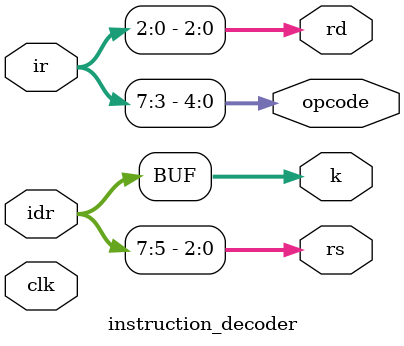
<source format=v>
module instruction_decoder(
 input [7:0] ir, idr,
 input clk,
 output   [4:0] opcode,
 output   [2:0] rd, rs,
 output   [7:0] k
);
 
 /*always@(posedge clk)
	begin
	opcode <= instruction[15:11];
	rd <= instruction[10:8];
	rs <= instruction[7:5];
	k <= instruction[7:0];
 	end */
	assign opcode = ir[7:3];
	assign rd = ir[2:0];
	assign rs = idr[7:5];
	assign k = idr[7:0];

endmodule
	
</source>
